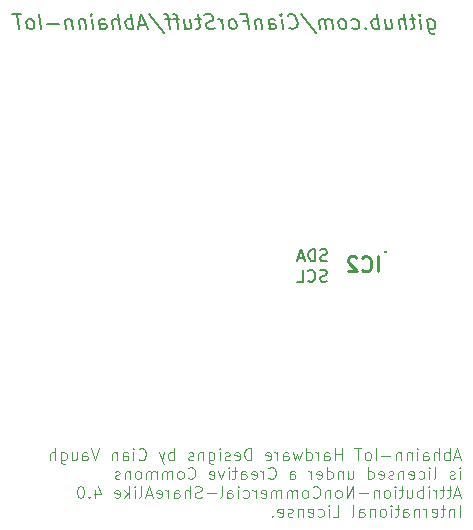
<source format=gbr>
%TF.GenerationSoftware,KiCad,Pcbnew,(5.1.10)-1*%
%TF.CreationDate,2021-08-23T16:31:20+01:00*%
%TF.ProjectId,Abhoinn_IoT_V3,4162686f-696e-46e5-9f49-6f545f56332e,rev?*%
%TF.SameCoordinates,Original*%
%TF.FileFunction,Legend,Bot*%
%TF.FilePolarity,Positive*%
%FSLAX46Y46*%
G04 Gerber Fmt 4.6, Leading zero omitted, Abs format (unit mm)*
G04 Created by KiCad (PCBNEW (5.1.10)-1) date 2021-08-23 16:31:20*
%MOMM*%
%LPD*%
G01*
G04 APERTURE LIST*
%ADD10C,0.200000*%
%ADD11C,0.100000*%
%ADD12C,0.150000*%
%ADD13C,0.254000*%
G04 APERTURE END LIST*
D10*
X162194449Y-59732142D02*
X162320937Y-60744047D01*
X162395342Y-60863095D01*
X162462306Y-60922619D01*
X162588794Y-60982142D01*
X162767366Y-60982142D01*
X162878973Y-60922619D01*
X162291175Y-60505952D02*
X162417663Y-60565476D01*
X162655758Y-60565476D01*
X162767366Y-60505952D01*
X162819449Y-60446428D01*
X162864092Y-60327380D01*
X162819449Y-59970238D01*
X162745044Y-59851190D01*
X162678080Y-59791666D01*
X162551592Y-59732142D01*
X162313497Y-59732142D01*
X162201889Y-59791666D01*
X161703377Y-60565476D02*
X161599211Y-59732142D01*
X161547127Y-59315476D02*
X161614092Y-59375000D01*
X161562008Y-59434523D01*
X161495044Y-59375000D01*
X161547127Y-59315476D01*
X161562008Y-59434523D01*
X161182544Y-59732142D02*
X160706354Y-59732142D01*
X160951889Y-59315476D02*
X161085818Y-60386904D01*
X161041175Y-60505952D01*
X160929568Y-60565476D01*
X160810520Y-60565476D01*
X160393854Y-60565476D02*
X160237604Y-59315476D01*
X159858139Y-60565476D02*
X159776294Y-59910714D01*
X159820937Y-59791666D01*
X159932544Y-59732142D01*
X160111116Y-59732142D01*
X160237604Y-59791666D01*
X160304568Y-59851190D01*
X158623020Y-59732142D02*
X158727187Y-60565476D01*
X159158735Y-59732142D02*
X159240580Y-60386904D01*
X159195937Y-60505952D01*
X159084330Y-60565476D01*
X158905758Y-60565476D01*
X158779270Y-60505952D01*
X158712306Y-60446428D01*
X158131949Y-60565476D02*
X157975699Y-59315476D01*
X158035223Y-59791666D02*
X157908735Y-59732142D01*
X157670639Y-59732142D01*
X157559032Y-59791666D01*
X157506949Y-59851190D01*
X157462306Y-59970238D01*
X157506949Y-60327380D01*
X157581354Y-60446428D01*
X157648318Y-60505952D01*
X157774806Y-60565476D01*
X158012901Y-60565476D01*
X158124508Y-60505952D01*
X156986116Y-60446428D02*
X156934032Y-60505952D01*
X157000997Y-60565476D01*
X157053080Y-60505952D01*
X156986116Y-60446428D01*
X157000997Y-60565476D01*
X155862604Y-60505952D02*
X155989092Y-60565476D01*
X156227187Y-60565476D01*
X156338794Y-60505952D01*
X156390877Y-60446428D01*
X156435520Y-60327380D01*
X156390877Y-59970238D01*
X156316473Y-59851190D01*
X156249508Y-59791666D01*
X156123020Y-59732142D01*
X155884925Y-59732142D01*
X155773318Y-59791666D01*
X155155758Y-60565476D02*
X155267366Y-60505952D01*
X155319449Y-60446428D01*
X155364092Y-60327380D01*
X155319449Y-59970238D01*
X155245044Y-59851190D01*
X155178080Y-59791666D01*
X155051592Y-59732142D01*
X154873020Y-59732142D01*
X154761413Y-59791666D01*
X154709330Y-59851190D01*
X154664687Y-59970238D01*
X154709330Y-60327380D01*
X154783735Y-60446428D01*
X154850699Y-60505952D01*
X154977187Y-60565476D01*
X155155758Y-60565476D01*
X154203377Y-60565476D02*
X154099211Y-59732142D01*
X154114092Y-59851190D02*
X154047127Y-59791666D01*
X153920639Y-59732142D01*
X153742068Y-59732142D01*
X153630461Y-59791666D01*
X153585818Y-59910714D01*
X153667663Y-60565476D01*
X153585818Y-59910714D02*
X153511413Y-59791666D01*
X153384925Y-59732142D01*
X153206354Y-59732142D01*
X153094747Y-59791666D01*
X153050104Y-59910714D01*
X153131949Y-60565476D01*
X151480163Y-59255952D02*
X152752485Y-60863095D01*
X150498020Y-60446428D02*
X150564985Y-60505952D01*
X150750997Y-60565476D01*
X150870044Y-60565476D01*
X151041175Y-60505952D01*
X151145342Y-60386904D01*
X151189985Y-60267857D01*
X151219747Y-60029761D01*
X151197425Y-59851190D01*
X151108139Y-59613095D01*
X151033735Y-59494047D01*
X150899806Y-59375000D01*
X150713794Y-59315476D01*
X150594747Y-59315476D01*
X150423616Y-59375000D01*
X150371532Y-59434523D01*
X149977187Y-60565476D02*
X149873020Y-59732142D01*
X149820937Y-59315476D02*
X149887901Y-59375000D01*
X149835818Y-59434523D01*
X149768854Y-59375000D01*
X149820937Y-59315476D01*
X149835818Y-59434523D01*
X148846235Y-60565476D02*
X148764389Y-59910714D01*
X148809032Y-59791666D01*
X148920639Y-59732142D01*
X149158735Y-59732142D01*
X149285223Y-59791666D01*
X148838794Y-60505952D02*
X148965282Y-60565476D01*
X149262901Y-60565476D01*
X149374508Y-60505952D01*
X149419151Y-60386904D01*
X149404270Y-60267857D01*
X149329866Y-60148809D01*
X149203377Y-60089285D01*
X148905758Y-60089285D01*
X148779270Y-60029761D01*
X148146830Y-59732142D02*
X148250997Y-60565476D01*
X148161711Y-59851190D02*
X148094747Y-59791666D01*
X147968258Y-59732142D01*
X147789687Y-59732142D01*
X147678080Y-59791666D01*
X147633437Y-59910714D01*
X147715282Y-60565476D01*
X146621532Y-59910714D02*
X147038199Y-59910714D01*
X147120044Y-60565476D02*
X146963794Y-59315476D01*
X146368556Y-59315476D01*
X145870044Y-60565476D02*
X145981651Y-60505952D01*
X146033735Y-60446428D01*
X146078377Y-60327380D01*
X146033735Y-59970238D01*
X145959330Y-59851190D01*
X145892366Y-59791666D01*
X145765877Y-59732142D01*
X145587306Y-59732142D01*
X145475699Y-59791666D01*
X145423616Y-59851190D01*
X145378973Y-59970238D01*
X145423616Y-60327380D01*
X145498020Y-60446428D01*
X145564985Y-60505952D01*
X145691473Y-60565476D01*
X145870044Y-60565476D01*
X144917663Y-60565476D02*
X144813497Y-59732142D01*
X144843258Y-59970238D02*
X144768854Y-59851190D01*
X144701889Y-59791666D01*
X144575401Y-59732142D01*
X144456354Y-59732142D01*
X144195937Y-60505952D02*
X144024806Y-60565476D01*
X143727187Y-60565476D01*
X143600699Y-60505952D01*
X143533735Y-60446428D01*
X143459330Y-60327380D01*
X143444449Y-60208333D01*
X143489092Y-60089285D01*
X143541175Y-60029761D01*
X143652782Y-59970238D01*
X143883437Y-59910714D01*
X143995044Y-59851190D01*
X144047127Y-59791666D01*
X144091770Y-59672619D01*
X144076889Y-59553571D01*
X144002485Y-59434523D01*
X143935520Y-59375000D01*
X143809032Y-59315476D01*
X143511413Y-59315476D01*
X143340282Y-59375000D01*
X143027782Y-59732142D02*
X142551592Y-59732142D01*
X142797127Y-59315476D02*
X142931056Y-60386904D01*
X142886413Y-60505952D01*
X142774806Y-60565476D01*
X142655758Y-60565476D01*
X141599211Y-59732142D02*
X141703377Y-60565476D01*
X142134925Y-59732142D02*
X142216770Y-60386904D01*
X142172127Y-60505952D01*
X142060520Y-60565476D01*
X141881949Y-60565476D01*
X141755461Y-60505952D01*
X141688497Y-60446428D01*
X141182544Y-59732142D02*
X140706354Y-59732142D01*
X141108139Y-60565476D02*
X140974211Y-59494047D01*
X140899806Y-59375000D01*
X140773318Y-59315476D01*
X140654270Y-59315476D01*
X140468258Y-59732142D02*
X139992068Y-59732142D01*
X140393854Y-60565476D02*
X140259925Y-59494047D01*
X140185520Y-59375000D01*
X140059032Y-59315476D01*
X139939985Y-59315476D01*
X138623020Y-59255952D02*
X139895342Y-60863095D01*
X138384925Y-60208333D02*
X137789687Y-60208333D01*
X138548616Y-60565476D02*
X137975699Y-59315476D01*
X137715282Y-60565476D01*
X137298616Y-60565476D02*
X137142366Y-59315476D01*
X137201889Y-59791666D02*
X137075401Y-59732142D01*
X136837306Y-59732142D01*
X136725699Y-59791666D01*
X136673616Y-59851190D01*
X136628973Y-59970238D01*
X136673616Y-60327380D01*
X136748020Y-60446428D01*
X136814985Y-60505952D01*
X136941473Y-60565476D01*
X137179568Y-60565476D01*
X137291175Y-60505952D01*
X136167663Y-60565476D02*
X136011413Y-59315476D01*
X135631949Y-60565476D02*
X135550104Y-59910714D01*
X135594747Y-59791666D01*
X135706354Y-59732142D01*
X135884925Y-59732142D01*
X136011413Y-59791666D01*
X136078377Y-59851190D01*
X134500997Y-60565476D02*
X134419151Y-59910714D01*
X134463794Y-59791666D01*
X134575401Y-59732142D01*
X134813497Y-59732142D01*
X134939985Y-59791666D01*
X134493556Y-60505952D02*
X134620044Y-60565476D01*
X134917663Y-60565476D01*
X135029270Y-60505952D01*
X135073913Y-60386904D01*
X135059032Y-60267857D01*
X134984627Y-60148809D01*
X134858139Y-60089285D01*
X134560520Y-60089285D01*
X134434032Y-60029761D01*
X133905758Y-60565476D02*
X133801592Y-59732142D01*
X133749508Y-59315476D02*
X133816473Y-59375000D01*
X133764389Y-59434523D01*
X133697425Y-59375000D01*
X133749508Y-59315476D01*
X133764389Y-59434523D01*
X133206354Y-59732142D02*
X133310520Y-60565476D01*
X133221235Y-59851190D02*
X133154270Y-59791666D01*
X133027782Y-59732142D01*
X132849211Y-59732142D01*
X132737604Y-59791666D01*
X132692961Y-59910714D01*
X132774806Y-60565476D01*
X132075401Y-59732142D02*
X132179568Y-60565476D01*
X132090282Y-59851190D02*
X132023318Y-59791666D01*
X131896830Y-59732142D01*
X131718258Y-59732142D01*
X131606651Y-59791666D01*
X131562008Y-59910714D01*
X131643854Y-60565476D01*
X130989092Y-60089285D02*
X130036711Y-60089285D01*
X129500997Y-60565476D02*
X129344747Y-59315476D01*
X128727187Y-60565476D02*
X128838794Y-60505952D01*
X128890877Y-60446428D01*
X128935520Y-60327380D01*
X128890877Y-59970238D01*
X128816473Y-59851190D01*
X128749508Y-59791666D01*
X128623020Y-59732142D01*
X128444449Y-59732142D01*
X128332842Y-59791666D01*
X128280758Y-59851190D01*
X128236116Y-59970238D01*
X128280758Y-60327380D01*
X128355163Y-60446428D01*
X128422127Y-60505952D01*
X128548616Y-60565476D01*
X128727187Y-60565476D01*
X127797127Y-59315476D02*
X127082842Y-59315476D01*
X127596235Y-60565476D02*
X127439985Y-59315476D01*
D11*
X164994523Y-96766666D02*
X164518333Y-96766666D01*
X165089761Y-97052380D02*
X164756428Y-96052380D01*
X164423095Y-97052380D01*
X164089761Y-97052380D02*
X164089761Y-96052380D01*
X164089761Y-96433333D02*
X163994523Y-96385714D01*
X163804047Y-96385714D01*
X163708809Y-96433333D01*
X163661190Y-96480952D01*
X163613571Y-96576190D01*
X163613571Y-96861904D01*
X163661190Y-96957142D01*
X163708809Y-97004761D01*
X163804047Y-97052380D01*
X163994523Y-97052380D01*
X164089761Y-97004761D01*
X163185000Y-97052380D02*
X163185000Y-96052380D01*
X162756428Y-97052380D02*
X162756428Y-96528571D01*
X162804047Y-96433333D01*
X162899285Y-96385714D01*
X163042142Y-96385714D01*
X163137380Y-96433333D01*
X163185000Y-96480952D01*
X161851666Y-97052380D02*
X161851666Y-96528571D01*
X161899285Y-96433333D01*
X161994523Y-96385714D01*
X162185000Y-96385714D01*
X162280238Y-96433333D01*
X161851666Y-97004761D02*
X161946904Y-97052380D01*
X162185000Y-97052380D01*
X162280238Y-97004761D01*
X162327857Y-96909523D01*
X162327857Y-96814285D01*
X162280238Y-96719047D01*
X162185000Y-96671428D01*
X161946904Y-96671428D01*
X161851666Y-96623809D01*
X161375476Y-97052380D02*
X161375476Y-96385714D01*
X161375476Y-96052380D02*
X161423095Y-96100000D01*
X161375476Y-96147619D01*
X161327857Y-96100000D01*
X161375476Y-96052380D01*
X161375476Y-96147619D01*
X160899285Y-96385714D02*
X160899285Y-97052380D01*
X160899285Y-96480952D02*
X160851666Y-96433333D01*
X160756428Y-96385714D01*
X160613571Y-96385714D01*
X160518333Y-96433333D01*
X160470714Y-96528571D01*
X160470714Y-97052380D01*
X159994523Y-96385714D02*
X159994523Y-97052380D01*
X159994523Y-96480952D02*
X159946904Y-96433333D01*
X159851666Y-96385714D01*
X159708809Y-96385714D01*
X159613571Y-96433333D01*
X159565952Y-96528571D01*
X159565952Y-97052380D01*
X159089761Y-96671428D02*
X158327857Y-96671428D01*
X157851666Y-97052380D02*
X157851666Y-96052380D01*
X157232619Y-97052380D02*
X157327857Y-97004761D01*
X157375476Y-96957142D01*
X157423095Y-96861904D01*
X157423095Y-96576190D01*
X157375476Y-96480952D01*
X157327857Y-96433333D01*
X157232619Y-96385714D01*
X157089761Y-96385714D01*
X156994523Y-96433333D01*
X156946904Y-96480952D01*
X156899285Y-96576190D01*
X156899285Y-96861904D01*
X156946904Y-96957142D01*
X156994523Y-97004761D01*
X157089761Y-97052380D01*
X157232619Y-97052380D01*
X156613571Y-96052380D02*
X156042142Y-96052380D01*
X156327857Y-97052380D02*
X156327857Y-96052380D01*
X154946904Y-97052380D02*
X154946904Y-96052380D01*
X154946904Y-96528571D02*
X154375476Y-96528571D01*
X154375476Y-97052380D02*
X154375476Y-96052380D01*
X153470714Y-97052380D02*
X153470714Y-96528571D01*
X153518333Y-96433333D01*
X153613571Y-96385714D01*
X153804047Y-96385714D01*
X153899285Y-96433333D01*
X153470714Y-97004761D02*
X153565952Y-97052380D01*
X153804047Y-97052380D01*
X153899285Y-97004761D01*
X153946904Y-96909523D01*
X153946904Y-96814285D01*
X153899285Y-96719047D01*
X153804047Y-96671428D01*
X153565952Y-96671428D01*
X153470714Y-96623809D01*
X152994523Y-97052380D02*
X152994523Y-96385714D01*
X152994523Y-96576190D02*
X152946904Y-96480952D01*
X152899285Y-96433333D01*
X152804047Y-96385714D01*
X152708809Y-96385714D01*
X151946904Y-97052380D02*
X151946904Y-96052380D01*
X151946904Y-97004761D02*
X152042142Y-97052380D01*
X152232619Y-97052380D01*
X152327857Y-97004761D01*
X152375476Y-96957142D01*
X152423095Y-96861904D01*
X152423095Y-96576190D01*
X152375476Y-96480952D01*
X152327857Y-96433333D01*
X152232619Y-96385714D01*
X152042142Y-96385714D01*
X151946904Y-96433333D01*
X151565952Y-96385714D02*
X151375476Y-97052380D01*
X151185000Y-96576190D01*
X150994523Y-97052380D01*
X150804047Y-96385714D01*
X149994523Y-97052380D02*
X149994523Y-96528571D01*
X150042142Y-96433333D01*
X150137380Y-96385714D01*
X150327857Y-96385714D01*
X150423095Y-96433333D01*
X149994523Y-97004761D02*
X150089761Y-97052380D01*
X150327857Y-97052380D01*
X150423095Y-97004761D01*
X150470714Y-96909523D01*
X150470714Y-96814285D01*
X150423095Y-96719047D01*
X150327857Y-96671428D01*
X150089761Y-96671428D01*
X149994523Y-96623809D01*
X149518333Y-97052380D02*
X149518333Y-96385714D01*
X149518333Y-96576190D02*
X149470714Y-96480952D01*
X149423095Y-96433333D01*
X149327857Y-96385714D01*
X149232619Y-96385714D01*
X148518333Y-97004761D02*
X148613571Y-97052380D01*
X148804047Y-97052380D01*
X148899285Y-97004761D01*
X148946904Y-96909523D01*
X148946904Y-96528571D01*
X148899285Y-96433333D01*
X148804047Y-96385714D01*
X148613571Y-96385714D01*
X148518333Y-96433333D01*
X148470714Y-96528571D01*
X148470714Y-96623809D01*
X148946904Y-96719047D01*
X147280238Y-97052380D02*
X147280238Y-96052380D01*
X147042142Y-96052380D01*
X146899285Y-96100000D01*
X146804047Y-96195238D01*
X146756428Y-96290476D01*
X146708809Y-96480952D01*
X146708809Y-96623809D01*
X146756428Y-96814285D01*
X146804047Y-96909523D01*
X146899285Y-97004761D01*
X147042142Y-97052380D01*
X147280238Y-97052380D01*
X145899285Y-97004761D02*
X145994523Y-97052380D01*
X146185000Y-97052380D01*
X146280238Y-97004761D01*
X146327857Y-96909523D01*
X146327857Y-96528571D01*
X146280238Y-96433333D01*
X146185000Y-96385714D01*
X145994523Y-96385714D01*
X145899285Y-96433333D01*
X145851666Y-96528571D01*
X145851666Y-96623809D01*
X146327857Y-96719047D01*
X145470714Y-97004761D02*
X145375476Y-97052380D01*
X145185000Y-97052380D01*
X145089761Y-97004761D01*
X145042142Y-96909523D01*
X145042142Y-96861904D01*
X145089761Y-96766666D01*
X145185000Y-96719047D01*
X145327857Y-96719047D01*
X145423095Y-96671428D01*
X145470714Y-96576190D01*
X145470714Y-96528571D01*
X145423095Y-96433333D01*
X145327857Y-96385714D01*
X145185000Y-96385714D01*
X145089761Y-96433333D01*
X144613571Y-97052380D02*
X144613571Y-96385714D01*
X144613571Y-96052380D02*
X144661190Y-96100000D01*
X144613571Y-96147619D01*
X144565952Y-96100000D01*
X144613571Y-96052380D01*
X144613571Y-96147619D01*
X143708809Y-96385714D02*
X143708809Y-97195238D01*
X143756428Y-97290476D01*
X143804047Y-97338095D01*
X143899285Y-97385714D01*
X144042142Y-97385714D01*
X144137380Y-97338095D01*
X143708809Y-97004761D02*
X143804047Y-97052380D01*
X143994523Y-97052380D01*
X144089761Y-97004761D01*
X144137380Y-96957142D01*
X144185000Y-96861904D01*
X144185000Y-96576190D01*
X144137380Y-96480952D01*
X144089761Y-96433333D01*
X143994523Y-96385714D01*
X143804047Y-96385714D01*
X143708809Y-96433333D01*
X143232619Y-96385714D02*
X143232619Y-97052380D01*
X143232619Y-96480952D02*
X143185000Y-96433333D01*
X143089761Y-96385714D01*
X142946904Y-96385714D01*
X142851666Y-96433333D01*
X142804047Y-96528571D01*
X142804047Y-97052380D01*
X142375476Y-97004761D02*
X142280238Y-97052380D01*
X142089761Y-97052380D01*
X141994523Y-97004761D01*
X141946904Y-96909523D01*
X141946904Y-96861904D01*
X141994523Y-96766666D01*
X142089761Y-96719047D01*
X142232619Y-96719047D01*
X142327857Y-96671428D01*
X142375476Y-96576190D01*
X142375476Y-96528571D01*
X142327857Y-96433333D01*
X142232619Y-96385714D01*
X142089761Y-96385714D01*
X141994523Y-96433333D01*
X140756428Y-97052380D02*
X140756428Y-96052380D01*
X140756428Y-96433333D02*
X140661190Y-96385714D01*
X140470714Y-96385714D01*
X140375476Y-96433333D01*
X140327857Y-96480952D01*
X140280238Y-96576190D01*
X140280238Y-96861904D01*
X140327857Y-96957142D01*
X140375476Y-97004761D01*
X140470714Y-97052380D01*
X140661190Y-97052380D01*
X140756428Y-97004761D01*
X139946904Y-96385714D02*
X139708809Y-97052380D01*
X139470714Y-96385714D02*
X139708809Y-97052380D01*
X139804047Y-97290476D01*
X139851666Y-97338095D01*
X139946904Y-97385714D01*
X137756428Y-96957142D02*
X137804047Y-97004761D01*
X137946904Y-97052380D01*
X138042142Y-97052380D01*
X138185000Y-97004761D01*
X138280238Y-96909523D01*
X138327857Y-96814285D01*
X138375476Y-96623809D01*
X138375476Y-96480952D01*
X138327857Y-96290476D01*
X138280238Y-96195238D01*
X138185000Y-96100000D01*
X138042142Y-96052380D01*
X137946904Y-96052380D01*
X137804047Y-96100000D01*
X137756428Y-96147619D01*
X137327857Y-97052380D02*
X137327857Y-96385714D01*
X137327857Y-96052380D02*
X137375476Y-96100000D01*
X137327857Y-96147619D01*
X137280238Y-96100000D01*
X137327857Y-96052380D01*
X137327857Y-96147619D01*
X136423095Y-97052380D02*
X136423095Y-96528571D01*
X136470714Y-96433333D01*
X136565952Y-96385714D01*
X136756428Y-96385714D01*
X136851666Y-96433333D01*
X136423095Y-97004761D02*
X136518333Y-97052380D01*
X136756428Y-97052380D01*
X136851666Y-97004761D01*
X136899285Y-96909523D01*
X136899285Y-96814285D01*
X136851666Y-96719047D01*
X136756428Y-96671428D01*
X136518333Y-96671428D01*
X136423095Y-96623809D01*
X135946904Y-96385714D02*
X135946904Y-97052380D01*
X135946904Y-96480952D02*
X135899285Y-96433333D01*
X135804047Y-96385714D01*
X135661190Y-96385714D01*
X135565952Y-96433333D01*
X135518333Y-96528571D01*
X135518333Y-97052380D01*
X134423095Y-96052380D02*
X134089761Y-97052380D01*
X133756428Y-96052380D01*
X132994523Y-97052380D02*
X132994523Y-96528571D01*
X133042142Y-96433333D01*
X133137380Y-96385714D01*
X133327857Y-96385714D01*
X133423095Y-96433333D01*
X132994523Y-97004761D02*
X133089761Y-97052380D01*
X133327857Y-97052380D01*
X133423095Y-97004761D01*
X133470714Y-96909523D01*
X133470714Y-96814285D01*
X133423095Y-96719047D01*
X133327857Y-96671428D01*
X133089761Y-96671428D01*
X132994523Y-96623809D01*
X132089761Y-96385714D02*
X132089761Y-97052380D01*
X132518333Y-96385714D02*
X132518333Y-96909523D01*
X132470714Y-97004761D01*
X132375476Y-97052380D01*
X132232619Y-97052380D01*
X132137380Y-97004761D01*
X132089761Y-96957142D01*
X131185000Y-96385714D02*
X131185000Y-97195238D01*
X131232619Y-97290476D01*
X131280238Y-97338095D01*
X131375476Y-97385714D01*
X131518333Y-97385714D01*
X131613571Y-97338095D01*
X131185000Y-97004761D02*
X131280238Y-97052380D01*
X131470714Y-97052380D01*
X131565952Y-97004761D01*
X131613571Y-96957142D01*
X131661190Y-96861904D01*
X131661190Y-96576190D01*
X131613571Y-96480952D01*
X131565952Y-96433333D01*
X131470714Y-96385714D01*
X131280238Y-96385714D01*
X131185000Y-96433333D01*
X130708809Y-97052380D02*
X130708809Y-96052380D01*
X130280238Y-97052380D02*
X130280238Y-96528571D01*
X130327857Y-96433333D01*
X130423095Y-96385714D01*
X130565952Y-96385714D01*
X130661190Y-96433333D01*
X130708809Y-96480952D01*
X164946904Y-98652380D02*
X164946904Y-97985714D01*
X164946904Y-97652380D02*
X164994523Y-97700000D01*
X164946904Y-97747619D01*
X164899285Y-97700000D01*
X164946904Y-97652380D01*
X164946904Y-97747619D01*
X164518333Y-98604761D02*
X164423095Y-98652380D01*
X164232619Y-98652380D01*
X164137380Y-98604761D01*
X164089761Y-98509523D01*
X164089761Y-98461904D01*
X164137380Y-98366666D01*
X164232619Y-98319047D01*
X164375476Y-98319047D01*
X164470714Y-98271428D01*
X164518333Y-98176190D01*
X164518333Y-98128571D01*
X164470714Y-98033333D01*
X164375476Y-97985714D01*
X164232619Y-97985714D01*
X164137380Y-98033333D01*
X162756428Y-98652380D02*
X162851666Y-98604761D01*
X162899285Y-98509523D01*
X162899285Y-97652380D01*
X162375476Y-98652380D02*
X162375476Y-97985714D01*
X162375476Y-97652380D02*
X162423095Y-97700000D01*
X162375476Y-97747619D01*
X162327857Y-97700000D01*
X162375476Y-97652380D01*
X162375476Y-97747619D01*
X161470714Y-98604761D02*
X161565952Y-98652380D01*
X161756428Y-98652380D01*
X161851666Y-98604761D01*
X161899285Y-98557142D01*
X161946904Y-98461904D01*
X161946904Y-98176190D01*
X161899285Y-98080952D01*
X161851666Y-98033333D01*
X161756428Y-97985714D01*
X161565952Y-97985714D01*
X161470714Y-98033333D01*
X160661190Y-98604761D02*
X160756428Y-98652380D01*
X160946904Y-98652380D01*
X161042142Y-98604761D01*
X161089761Y-98509523D01*
X161089761Y-98128571D01*
X161042142Y-98033333D01*
X160946904Y-97985714D01*
X160756428Y-97985714D01*
X160661190Y-98033333D01*
X160613571Y-98128571D01*
X160613571Y-98223809D01*
X161089761Y-98319047D01*
X160185000Y-97985714D02*
X160185000Y-98652380D01*
X160185000Y-98080952D02*
X160137380Y-98033333D01*
X160042142Y-97985714D01*
X159899285Y-97985714D01*
X159804047Y-98033333D01*
X159756428Y-98128571D01*
X159756428Y-98652380D01*
X159327857Y-98604761D02*
X159232619Y-98652380D01*
X159042142Y-98652380D01*
X158946904Y-98604761D01*
X158899285Y-98509523D01*
X158899285Y-98461904D01*
X158946904Y-98366666D01*
X159042142Y-98319047D01*
X159185000Y-98319047D01*
X159280238Y-98271428D01*
X159327857Y-98176190D01*
X159327857Y-98128571D01*
X159280238Y-98033333D01*
X159185000Y-97985714D01*
X159042142Y-97985714D01*
X158946904Y-98033333D01*
X158089761Y-98604761D02*
X158185000Y-98652380D01*
X158375476Y-98652380D01*
X158470714Y-98604761D01*
X158518333Y-98509523D01*
X158518333Y-98128571D01*
X158470714Y-98033333D01*
X158375476Y-97985714D01*
X158185000Y-97985714D01*
X158089761Y-98033333D01*
X158042142Y-98128571D01*
X158042142Y-98223809D01*
X158518333Y-98319047D01*
X157185000Y-98652380D02*
X157185000Y-97652380D01*
X157185000Y-98604761D02*
X157280238Y-98652380D01*
X157470714Y-98652380D01*
X157565952Y-98604761D01*
X157613571Y-98557142D01*
X157661190Y-98461904D01*
X157661190Y-98176190D01*
X157613571Y-98080952D01*
X157565952Y-98033333D01*
X157470714Y-97985714D01*
X157280238Y-97985714D01*
X157185000Y-98033333D01*
X155518333Y-97985714D02*
X155518333Y-98652380D01*
X155946904Y-97985714D02*
X155946904Y-98509523D01*
X155899285Y-98604761D01*
X155804047Y-98652380D01*
X155661190Y-98652380D01*
X155565952Y-98604761D01*
X155518333Y-98557142D01*
X155042142Y-97985714D02*
X155042142Y-98652380D01*
X155042142Y-98080952D02*
X154994523Y-98033333D01*
X154899285Y-97985714D01*
X154756428Y-97985714D01*
X154661190Y-98033333D01*
X154613571Y-98128571D01*
X154613571Y-98652380D01*
X153708809Y-98652380D02*
X153708809Y-97652380D01*
X153708809Y-98604761D02*
X153804047Y-98652380D01*
X153994523Y-98652380D01*
X154089761Y-98604761D01*
X154137380Y-98557142D01*
X154185000Y-98461904D01*
X154185000Y-98176190D01*
X154137380Y-98080952D01*
X154089761Y-98033333D01*
X153994523Y-97985714D01*
X153804047Y-97985714D01*
X153708809Y-98033333D01*
X152851666Y-98604761D02*
X152946904Y-98652380D01*
X153137380Y-98652380D01*
X153232619Y-98604761D01*
X153280238Y-98509523D01*
X153280238Y-98128571D01*
X153232619Y-98033333D01*
X153137380Y-97985714D01*
X152946904Y-97985714D01*
X152851666Y-98033333D01*
X152804047Y-98128571D01*
X152804047Y-98223809D01*
X153280238Y-98319047D01*
X152375476Y-98652380D02*
X152375476Y-97985714D01*
X152375476Y-98176190D02*
X152327857Y-98080952D01*
X152280238Y-98033333D01*
X152185000Y-97985714D01*
X152089761Y-97985714D01*
X150565952Y-98652380D02*
X150565952Y-98128571D01*
X150613571Y-98033333D01*
X150708809Y-97985714D01*
X150899285Y-97985714D01*
X150994523Y-98033333D01*
X150565952Y-98604761D02*
X150661190Y-98652380D01*
X150899285Y-98652380D01*
X150994523Y-98604761D01*
X151042142Y-98509523D01*
X151042142Y-98414285D01*
X150994523Y-98319047D01*
X150899285Y-98271428D01*
X150661190Y-98271428D01*
X150565952Y-98223809D01*
X148756428Y-98557142D02*
X148804047Y-98604761D01*
X148946904Y-98652380D01*
X149042142Y-98652380D01*
X149185000Y-98604761D01*
X149280238Y-98509523D01*
X149327857Y-98414285D01*
X149375476Y-98223809D01*
X149375476Y-98080952D01*
X149327857Y-97890476D01*
X149280238Y-97795238D01*
X149185000Y-97700000D01*
X149042142Y-97652380D01*
X148946904Y-97652380D01*
X148804047Y-97700000D01*
X148756428Y-97747619D01*
X148327857Y-98652380D02*
X148327857Y-97985714D01*
X148327857Y-98176190D02*
X148280238Y-98080952D01*
X148232619Y-98033333D01*
X148137380Y-97985714D01*
X148042142Y-97985714D01*
X147327857Y-98604761D02*
X147423095Y-98652380D01*
X147613571Y-98652380D01*
X147708809Y-98604761D01*
X147756428Y-98509523D01*
X147756428Y-98128571D01*
X147708809Y-98033333D01*
X147613571Y-97985714D01*
X147423095Y-97985714D01*
X147327857Y-98033333D01*
X147280238Y-98128571D01*
X147280238Y-98223809D01*
X147756428Y-98319047D01*
X146423095Y-98652380D02*
X146423095Y-98128571D01*
X146470714Y-98033333D01*
X146565952Y-97985714D01*
X146756428Y-97985714D01*
X146851666Y-98033333D01*
X146423095Y-98604761D02*
X146518333Y-98652380D01*
X146756428Y-98652380D01*
X146851666Y-98604761D01*
X146899285Y-98509523D01*
X146899285Y-98414285D01*
X146851666Y-98319047D01*
X146756428Y-98271428D01*
X146518333Y-98271428D01*
X146423095Y-98223809D01*
X146089761Y-97985714D02*
X145708809Y-97985714D01*
X145946904Y-97652380D02*
X145946904Y-98509523D01*
X145899285Y-98604761D01*
X145804047Y-98652380D01*
X145708809Y-98652380D01*
X145375476Y-98652380D02*
X145375476Y-97985714D01*
X145375476Y-97652380D02*
X145423095Y-97700000D01*
X145375476Y-97747619D01*
X145327857Y-97700000D01*
X145375476Y-97652380D01*
X145375476Y-97747619D01*
X144994523Y-97985714D02*
X144756428Y-98652380D01*
X144518333Y-97985714D01*
X143756428Y-98604761D02*
X143851666Y-98652380D01*
X144042142Y-98652380D01*
X144137380Y-98604761D01*
X144185000Y-98509523D01*
X144185000Y-98128571D01*
X144137380Y-98033333D01*
X144042142Y-97985714D01*
X143851666Y-97985714D01*
X143756428Y-98033333D01*
X143708809Y-98128571D01*
X143708809Y-98223809D01*
X144185000Y-98319047D01*
X141946904Y-98557142D02*
X141994523Y-98604761D01*
X142137380Y-98652380D01*
X142232619Y-98652380D01*
X142375476Y-98604761D01*
X142470714Y-98509523D01*
X142518333Y-98414285D01*
X142565952Y-98223809D01*
X142565952Y-98080952D01*
X142518333Y-97890476D01*
X142470714Y-97795238D01*
X142375476Y-97700000D01*
X142232619Y-97652380D01*
X142137380Y-97652380D01*
X141994523Y-97700000D01*
X141946904Y-97747619D01*
X141375476Y-98652380D02*
X141470714Y-98604761D01*
X141518333Y-98557142D01*
X141565952Y-98461904D01*
X141565952Y-98176190D01*
X141518333Y-98080952D01*
X141470714Y-98033333D01*
X141375476Y-97985714D01*
X141232619Y-97985714D01*
X141137380Y-98033333D01*
X141089761Y-98080952D01*
X141042142Y-98176190D01*
X141042142Y-98461904D01*
X141089761Y-98557142D01*
X141137380Y-98604761D01*
X141232619Y-98652380D01*
X141375476Y-98652380D01*
X140613571Y-98652380D02*
X140613571Y-97985714D01*
X140613571Y-98080952D02*
X140565952Y-98033333D01*
X140470714Y-97985714D01*
X140327857Y-97985714D01*
X140232619Y-98033333D01*
X140185000Y-98128571D01*
X140185000Y-98652380D01*
X140185000Y-98128571D02*
X140137380Y-98033333D01*
X140042142Y-97985714D01*
X139899285Y-97985714D01*
X139804047Y-98033333D01*
X139756428Y-98128571D01*
X139756428Y-98652380D01*
X139280238Y-98652380D02*
X139280238Y-97985714D01*
X139280238Y-98080952D02*
X139232619Y-98033333D01*
X139137380Y-97985714D01*
X138994523Y-97985714D01*
X138899285Y-98033333D01*
X138851666Y-98128571D01*
X138851666Y-98652380D01*
X138851666Y-98128571D02*
X138804047Y-98033333D01*
X138708809Y-97985714D01*
X138565952Y-97985714D01*
X138470714Y-98033333D01*
X138423095Y-98128571D01*
X138423095Y-98652380D01*
X137804047Y-98652380D02*
X137899285Y-98604761D01*
X137946904Y-98557142D01*
X137994523Y-98461904D01*
X137994523Y-98176190D01*
X137946904Y-98080952D01*
X137899285Y-98033333D01*
X137804047Y-97985714D01*
X137661190Y-97985714D01*
X137565952Y-98033333D01*
X137518333Y-98080952D01*
X137470714Y-98176190D01*
X137470714Y-98461904D01*
X137518333Y-98557142D01*
X137565952Y-98604761D01*
X137661190Y-98652380D01*
X137804047Y-98652380D01*
X137042142Y-97985714D02*
X137042142Y-98652380D01*
X137042142Y-98080952D02*
X136994523Y-98033333D01*
X136899285Y-97985714D01*
X136756428Y-97985714D01*
X136661190Y-98033333D01*
X136613571Y-98128571D01*
X136613571Y-98652380D01*
X136185000Y-98604761D02*
X136089761Y-98652380D01*
X135899285Y-98652380D01*
X135804047Y-98604761D01*
X135756428Y-98509523D01*
X135756428Y-98461904D01*
X135804047Y-98366666D01*
X135899285Y-98319047D01*
X136042142Y-98319047D01*
X136137380Y-98271428D01*
X136185000Y-98176190D01*
X136185000Y-98128571D01*
X136137380Y-98033333D01*
X136042142Y-97985714D01*
X135899285Y-97985714D01*
X135804047Y-98033333D01*
X164994523Y-99966666D02*
X164518333Y-99966666D01*
X165089761Y-100252380D02*
X164756428Y-99252380D01*
X164423095Y-100252380D01*
X164232619Y-99585714D02*
X163851666Y-99585714D01*
X164089761Y-99252380D02*
X164089761Y-100109523D01*
X164042142Y-100204761D01*
X163946904Y-100252380D01*
X163851666Y-100252380D01*
X163661190Y-99585714D02*
X163280238Y-99585714D01*
X163518333Y-99252380D02*
X163518333Y-100109523D01*
X163470714Y-100204761D01*
X163375476Y-100252380D01*
X163280238Y-100252380D01*
X162946904Y-100252380D02*
X162946904Y-99585714D01*
X162946904Y-99776190D02*
X162899285Y-99680952D01*
X162851666Y-99633333D01*
X162756428Y-99585714D01*
X162661190Y-99585714D01*
X162327857Y-100252380D02*
X162327857Y-99585714D01*
X162327857Y-99252380D02*
X162375476Y-99300000D01*
X162327857Y-99347619D01*
X162280238Y-99300000D01*
X162327857Y-99252380D01*
X162327857Y-99347619D01*
X161851666Y-100252380D02*
X161851666Y-99252380D01*
X161851666Y-99633333D02*
X161756428Y-99585714D01*
X161565952Y-99585714D01*
X161470714Y-99633333D01*
X161423095Y-99680952D01*
X161375476Y-99776190D01*
X161375476Y-100061904D01*
X161423095Y-100157142D01*
X161470714Y-100204761D01*
X161565952Y-100252380D01*
X161756428Y-100252380D01*
X161851666Y-100204761D01*
X160518333Y-99585714D02*
X160518333Y-100252380D01*
X160946904Y-99585714D02*
X160946904Y-100109523D01*
X160899285Y-100204761D01*
X160804047Y-100252380D01*
X160661190Y-100252380D01*
X160565952Y-100204761D01*
X160518333Y-100157142D01*
X160185000Y-99585714D02*
X159804047Y-99585714D01*
X160042142Y-99252380D02*
X160042142Y-100109523D01*
X159994523Y-100204761D01*
X159899285Y-100252380D01*
X159804047Y-100252380D01*
X159470714Y-100252380D02*
X159470714Y-99585714D01*
X159470714Y-99252380D02*
X159518333Y-99300000D01*
X159470714Y-99347619D01*
X159423095Y-99300000D01*
X159470714Y-99252380D01*
X159470714Y-99347619D01*
X158851666Y-100252380D02*
X158946904Y-100204761D01*
X158994523Y-100157142D01*
X159042142Y-100061904D01*
X159042142Y-99776190D01*
X158994523Y-99680952D01*
X158946904Y-99633333D01*
X158851666Y-99585714D01*
X158708809Y-99585714D01*
X158613571Y-99633333D01*
X158565952Y-99680952D01*
X158518333Y-99776190D01*
X158518333Y-100061904D01*
X158565952Y-100157142D01*
X158613571Y-100204761D01*
X158708809Y-100252380D01*
X158851666Y-100252380D01*
X158089761Y-99585714D02*
X158089761Y-100252380D01*
X158089761Y-99680952D02*
X158042142Y-99633333D01*
X157946904Y-99585714D01*
X157804047Y-99585714D01*
X157708809Y-99633333D01*
X157661190Y-99728571D01*
X157661190Y-100252380D01*
X157185000Y-99871428D02*
X156423095Y-99871428D01*
X155946904Y-100252380D02*
X155946904Y-99252380D01*
X155375476Y-100252380D01*
X155375476Y-99252380D01*
X154756428Y-100252380D02*
X154851666Y-100204761D01*
X154899285Y-100157142D01*
X154946904Y-100061904D01*
X154946904Y-99776190D01*
X154899285Y-99680952D01*
X154851666Y-99633333D01*
X154756428Y-99585714D01*
X154613571Y-99585714D01*
X154518333Y-99633333D01*
X154470714Y-99680952D01*
X154423095Y-99776190D01*
X154423095Y-100061904D01*
X154470714Y-100157142D01*
X154518333Y-100204761D01*
X154613571Y-100252380D01*
X154756428Y-100252380D01*
X153994523Y-99585714D02*
X153994523Y-100252380D01*
X153994523Y-99680952D02*
X153946904Y-99633333D01*
X153851666Y-99585714D01*
X153708809Y-99585714D01*
X153613571Y-99633333D01*
X153565952Y-99728571D01*
X153565952Y-100252380D01*
X152518333Y-100157142D02*
X152565952Y-100204761D01*
X152708809Y-100252380D01*
X152804047Y-100252380D01*
X152946904Y-100204761D01*
X153042142Y-100109523D01*
X153089761Y-100014285D01*
X153137380Y-99823809D01*
X153137380Y-99680952D01*
X153089761Y-99490476D01*
X153042142Y-99395238D01*
X152946904Y-99300000D01*
X152804047Y-99252380D01*
X152708809Y-99252380D01*
X152565952Y-99300000D01*
X152518333Y-99347619D01*
X151946904Y-100252380D02*
X152042142Y-100204761D01*
X152089761Y-100157142D01*
X152137380Y-100061904D01*
X152137380Y-99776190D01*
X152089761Y-99680952D01*
X152042142Y-99633333D01*
X151946904Y-99585714D01*
X151804047Y-99585714D01*
X151708809Y-99633333D01*
X151661190Y-99680952D01*
X151613571Y-99776190D01*
X151613571Y-100061904D01*
X151661190Y-100157142D01*
X151708809Y-100204761D01*
X151804047Y-100252380D01*
X151946904Y-100252380D01*
X151185000Y-100252380D02*
X151185000Y-99585714D01*
X151185000Y-99680952D02*
X151137380Y-99633333D01*
X151042142Y-99585714D01*
X150899285Y-99585714D01*
X150804047Y-99633333D01*
X150756428Y-99728571D01*
X150756428Y-100252380D01*
X150756428Y-99728571D02*
X150708809Y-99633333D01*
X150613571Y-99585714D01*
X150470714Y-99585714D01*
X150375476Y-99633333D01*
X150327857Y-99728571D01*
X150327857Y-100252380D01*
X149851666Y-100252380D02*
X149851666Y-99585714D01*
X149851666Y-99680952D02*
X149804047Y-99633333D01*
X149708809Y-99585714D01*
X149565952Y-99585714D01*
X149470714Y-99633333D01*
X149423095Y-99728571D01*
X149423095Y-100252380D01*
X149423095Y-99728571D02*
X149375476Y-99633333D01*
X149280238Y-99585714D01*
X149137380Y-99585714D01*
X149042142Y-99633333D01*
X148994523Y-99728571D01*
X148994523Y-100252380D01*
X148137380Y-100204761D02*
X148232619Y-100252380D01*
X148423095Y-100252380D01*
X148518333Y-100204761D01*
X148565952Y-100109523D01*
X148565952Y-99728571D01*
X148518333Y-99633333D01*
X148423095Y-99585714D01*
X148232619Y-99585714D01*
X148137380Y-99633333D01*
X148089761Y-99728571D01*
X148089761Y-99823809D01*
X148565952Y-99919047D01*
X147661190Y-100252380D02*
X147661190Y-99585714D01*
X147661190Y-99776190D02*
X147613571Y-99680952D01*
X147565952Y-99633333D01*
X147470714Y-99585714D01*
X147375476Y-99585714D01*
X146613571Y-100204761D02*
X146708809Y-100252380D01*
X146899285Y-100252380D01*
X146994523Y-100204761D01*
X147042142Y-100157142D01*
X147089761Y-100061904D01*
X147089761Y-99776190D01*
X147042142Y-99680952D01*
X146994523Y-99633333D01*
X146899285Y-99585714D01*
X146708809Y-99585714D01*
X146613571Y-99633333D01*
X146185000Y-100252380D02*
X146185000Y-99585714D01*
X146185000Y-99252380D02*
X146232619Y-99300000D01*
X146185000Y-99347619D01*
X146137380Y-99300000D01*
X146185000Y-99252380D01*
X146185000Y-99347619D01*
X145280238Y-100252380D02*
X145280238Y-99728571D01*
X145327857Y-99633333D01*
X145423095Y-99585714D01*
X145613571Y-99585714D01*
X145708809Y-99633333D01*
X145280238Y-100204761D02*
X145375476Y-100252380D01*
X145613571Y-100252380D01*
X145708809Y-100204761D01*
X145756428Y-100109523D01*
X145756428Y-100014285D01*
X145708809Y-99919047D01*
X145613571Y-99871428D01*
X145375476Y-99871428D01*
X145280238Y-99823809D01*
X144661190Y-100252380D02*
X144756428Y-100204761D01*
X144804047Y-100109523D01*
X144804047Y-99252380D01*
X144280238Y-99871428D02*
X143518333Y-99871428D01*
X143089761Y-100204761D02*
X142946904Y-100252380D01*
X142708809Y-100252380D01*
X142613571Y-100204761D01*
X142565952Y-100157142D01*
X142518333Y-100061904D01*
X142518333Y-99966666D01*
X142565952Y-99871428D01*
X142613571Y-99823809D01*
X142708809Y-99776190D01*
X142899285Y-99728571D01*
X142994523Y-99680952D01*
X143042142Y-99633333D01*
X143089761Y-99538095D01*
X143089761Y-99442857D01*
X143042142Y-99347619D01*
X142994523Y-99300000D01*
X142899285Y-99252380D01*
X142661190Y-99252380D01*
X142518333Y-99300000D01*
X142089761Y-100252380D02*
X142089761Y-99252380D01*
X141661190Y-100252380D02*
X141661190Y-99728571D01*
X141708809Y-99633333D01*
X141804047Y-99585714D01*
X141946904Y-99585714D01*
X142042142Y-99633333D01*
X142089761Y-99680952D01*
X140756428Y-100252380D02*
X140756428Y-99728571D01*
X140804047Y-99633333D01*
X140899285Y-99585714D01*
X141089761Y-99585714D01*
X141185000Y-99633333D01*
X140756428Y-100204761D02*
X140851666Y-100252380D01*
X141089761Y-100252380D01*
X141185000Y-100204761D01*
X141232619Y-100109523D01*
X141232619Y-100014285D01*
X141185000Y-99919047D01*
X141089761Y-99871428D01*
X140851666Y-99871428D01*
X140756428Y-99823809D01*
X140280238Y-100252380D02*
X140280238Y-99585714D01*
X140280238Y-99776190D02*
X140232619Y-99680952D01*
X140185000Y-99633333D01*
X140089761Y-99585714D01*
X139994523Y-99585714D01*
X139280238Y-100204761D02*
X139375476Y-100252380D01*
X139565952Y-100252380D01*
X139661190Y-100204761D01*
X139708809Y-100109523D01*
X139708809Y-99728571D01*
X139661190Y-99633333D01*
X139565952Y-99585714D01*
X139375476Y-99585714D01*
X139280238Y-99633333D01*
X139232619Y-99728571D01*
X139232619Y-99823809D01*
X139708809Y-99919047D01*
X138851666Y-99966666D02*
X138375476Y-99966666D01*
X138946904Y-100252380D02*
X138613571Y-99252380D01*
X138280238Y-100252380D01*
X137804047Y-100252380D02*
X137899285Y-100204761D01*
X137946904Y-100109523D01*
X137946904Y-99252380D01*
X137423095Y-100252380D02*
X137423095Y-99585714D01*
X137423095Y-99252380D02*
X137470714Y-99300000D01*
X137423095Y-99347619D01*
X137375476Y-99300000D01*
X137423095Y-99252380D01*
X137423095Y-99347619D01*
X136946904Y-100252380D02*
X136946904Y-99252380D01*
X136851666Y-99871428D02*
X136565952Y-100252380D01*
X136565952Y-99585714D02*
X136946904Y-99966666D01*
X135756428Y-100204761D02*
X135851666Y-100252380D01*
X136042142Y-100252380D01*
X136137380Y-100204761D01*
X136185000Y-100109523D01*
X136185000Y-99728571D01*
X136137380Y-99633333D01*
X136042142Y-99585714D01*
X135851666Y-99585714D01*
X135756428Y-99633333D01*
X135708809Y-99728571D01*
X135708809Y-99823809D01*
X136185000Y-99919047D01*
X134089761Y-99585714D02*
X134089761Y-100252380D01*
X134327857Y-99204761D02*
X134565952Y-99919047D01*
X133946904Y-99919047D01*
X133565952Y-100157142D02*
X133518333Y-100204761D01*
X133565952Y-100252380D01*
X133613571Y-100204761D01*
X133565952Y-100157142D01*
X133565952Y-100252380D01*
X132899285Y-99252380D02*
X132804047Y-99252380D01*
X132708809Y-99300000D01*
X132661190Y-99347619D01*
X132613571Y-99442857D01*
X132565952Y-99633333D01*
X132565952Y-99871428D01*
X132613571Y-100061904D01*
X132661190Y-100157142D01*
X132708809Y-100204761D01*
X132804047Y-100252380D01*
X132899285Y-100252380D01*
X132994523Y-100204761D01*
X133042142Y-100157142D01*
X133089761Y-100061904D01*
X133137380Y-99871428D01*
X133137380Y-99633333D01*
X133089761Y-99442857D01*
X133042142Y-99347619D01*
X132994523Y-99300000D01*
X132899285Y-99252380D01*
X164946904Y-101852380D02*
X164946904Y-100852380D01*
X164470714Y-101185714D02*
X164470714Y-101852380D01*
X164470714Y-101280952D02*
X164423095Y-101233333D01*
X164327857Y-101185714D01*
X164185000Y-101185714D01*
X164089761Y-101233333D01*
X164042142Y-101328571D01*
X164042142Y-101852380D01*
X163708809Y-101185714D02*
X163327857Y-101185714D01*
X163565952Y-100852380D02*
X163565952Y-101709523D01*
X163518333Y-101804761D01*
X163423095Y-101852380D01*
X163327857Y-101852380D01*
X162613571Y-101804761D02*
X162708809Y-101852380D01*
X162899285Y-101852380D01*
X162994523Y-101804761D01*
X163042142Y-101709523D01*
X163042142Y-101328571D01*
X162994523Y-101233333D01*
X162899285Y-101185714D01*
X162708809Y-101185714D01*
X162613571Y-101233333D01*
X162565952Y-101328571D01*
X162565952Y-101423809D01*
X163042142Y-101519047D01*
X162137380Y-101852380D02*
X162137380Y-101185714D01*
X162137380Y-101376190D02*
X162089761Y-101280952D01*
X162042142Y-101233333D01*
X161946904Y-101185714D01*
X161851666Y-101185714D01*
X161518333Y-101185714D02*
X161518333Y-101852380D01*
X161518333Y-101280952D02*
X161470714Y-101233333D01*
X161375476Y-101185714D01*
X161232619Y-101185714D01*
X161137380Y-101233333D01*
X161089761Y-101328571D01*
X161089761Y-101852380D01*
X160185000Y-101852380D02*
X160185000Y-101328571D01*
X160232619Y-101233333D01*
X160327857Y-101185714D01*
X160518333Y-101185714D01*
X160613571Y-101233333D01*
X160185000Y-101804761D02*
X160280238Y-101852380D01*
X160518333Y-101852380D01*
X160613571Y-101804761D01*
X160661190Y-101709523D01*
X160661190Y-101614285D01*
X160613571Y-101519047D01*
X160518333Y-101471428D01*
X160280238Y-101471428D01*
X160185000Y-101423809D01*
X159851666Y-101185714D02*
X159470714Y-101185714D01*
X159708809Y-100852380D02*
X159708809Y-101709523D01*
X159661190Y-101804761D01*
X159565952Y-101852380D01*
X159470714Y-101852380D01*
X159137380Y-101852380D02*
X159137380Y-101185714D01*
X159137380Y-100852380D02*
X159185000Y-100900000D01*
X159137380Y-100947619D01*
X159089761Y-100900000D01*
X159137380Y-100852380D01*
X159137380Y-100947619D01*
X158518333Y-101852380D02*
X158613571Y-101804761D01*
X158661190Y-101757142D01*
X158708809Y-101661904D01*
X158708809Y-101376190D01*
X158661190Y-101280952D01*
X158613571Y-101233333D01*
X158518333Y-101185714D01*
X158375476Y-101185714D01*
X158280238Y-101233333D01*
X158232619Y-101280952D01*
X158185000Y-101376190D01*
X158185000Y-101661904D01*
X158232619Y-101757142D01*
X158280238Y-101804761D01*
X158375476Y-101852380D01*
X158518333Y-101852380D01*
X157756428Y-101185714D02*
X157756428Y-101852380D01*
X157756428Y-101280952D02*
X157708809Y-101233333D01*
X157613571Y-101185714D01*
X157470714Y-101185714D01*
X157375476Y-101233333D01*
X157327857Y-101328571D01*
X157327857Y-101852380D01*
X156423095Y-101852380D02*
X156423095Y-101328571D01*
X156470714Y-101233333D01*
X156565952Y-101185714D01*
X156756428Y-101185714D01*
X156851666Y-101233333D01*
X156423095Y-101804761D02*
X156518333Y-101852380D01*
X156756428Y-101852380D01*
X156851666Y-101804761D01*
X156899285Y-101709523D01*
X156899285Y-101614285D01*
X156851666Y-101519047D01*
X156756428Y-101471428D01*
X156518333Y-101471428D01*
X156423095Y-101423809D01*
X155804047Y-101852380D02*
X155899285Y-101804761D01*
X155946904Y-101709523D01*
X155946904Y-100852380D01*
X154185000Y-101852380D02*
X154661190Y-101852380D01*
X154661190Y-100852380D01*
X153851666Y-101852380D02*
X153851666Y-101185714D01*
X153851666Y-100852380D02*
X153899285Y-100900000D01*
X153851666Y-100947619D01*
X153804047Y-100900000D01*
X153851666Y-100852380D01*
X153851666Y-100947619D01*
X152946904Y-101804761D02*
X153042142Y-101852380D01*
X153232619Y-101852380D01*
X153327857Y-101804761D01*
X153375476Y-101757142D01*
X153423095Y-101661904D01*
X153423095Y-101376190D01*
X153375476Y-101280952D01*
X153327857Y-101233333D01*
X153232619Y-101185714D01*
X153042142Y-101185714D01*
X152946904Y-101233333D01*
X152137380Y-101804761D02*
X152232619Y-101852380D01*
X152423095Y-101852380D01*
X152518333Y-101804761D01*
X152565952Y-101709523D01*
X152565952Y-101328571D01*
X152518333Y-101233333D01*
X152423095Y-101185714D01*
X152232619Y-101185714D01*
X152137380Y-101233333D01*
X152089761Y-101328571D01*
X152089761Y-101423809D01*
X152565952Y-101519047D01*
X151661190Y-101185714D02*
X151661190Y-101852380D01*
X151661190Y-101280952D02*
X151613571Y-101233333D01*
X151518333Y-101185714D01*
X151375476Y-101185714D01*
X151280238Y-101233333D01*
X151232619Y-101328571D01*
X151232619Y-101852380D01*
X150804047Y-101804761D02*
X150708809Y-101852380D01*
X150518333Y-101852380D01*
X150423095Y-101804761D01*
X150375476Y-101709523D01*
X150375476Y-101661904D01*
X150423095Y-101566666D01*
X150518333Y-101519047D01*
X150661190Y-101519047D01*
X150756428Y-101471428D01*
X150804047Y-101376190D01*
X150804047Y-101328571D01*
X150756428Y-101233333D01*
X150661190Y-101185714D01*
X150518333Y-101185714D01*
X150423095Y-101233333D01*
X149565952Y-101804761D02*
X149661190Y-101852380D01*
X149851666Y-101852380D01*
X149946904Y-101804761D01*
X149994523Y-101709523D01*
X149994523Y-101328571D01*
X149946904Y-101233333D01*
X149851666Y-101185714D01*
X149661190Y-101185714D01*
X149565952Y-101233333D01*
X149518333Y-101328571D01*
X149518333Y-101423809D01*
X149994523Y-101519047D01*
X149089761Y-101757142D02*
X149042142Y-101804761D01*
X149089761Y-101852380D01*
X149137380Y-101804761D01*
X149089761Y-101757142D01*
X149089761Y-101852380D01*
D12*
X153690476Y-81904761D02*
X153547619Y-81952380D01*
X153309523Y-81952380D01*
X153214285Y-81904761D01*
X153166666Y-81857142D01*
X153119047Y-81761904D01*
X153119047Y-81666666D01*
X153166666Y-81571428D01*
X153214285Y-81523809D01*
X153309523Y-81476190D01*
X153500000Y-81428571D01*
X153595238Y-81380952D01*
X153642857Y-81333333D01*
X153690476Y-81238095D01*
X153690476Y-81142857D01*
X153642857Y-81047619D01*
X153595238Y-81000000D01*
X153500000Y-80952380D01*
X153261904Y-80952380D01*
X153119047Y-81000000D01*
X152119047Y-81857142D02*
X152166666Y-81904761D01*
X152309523Y-81952380D01*
X152404761Y-81952380D01*
X152547619Y-81904761D01*
X152642857Y-81809523D01*
X152690476Y-81714285D01*
X152738095Y-81523809D01*
X152738095Y-81380952D01*
X152690476Y-81190476D01*
X152642857Y-81095238D01*
X152547619Y-81000000D01*
X152404761Y-80952380D01*
X152309523Y-80952380D01*
X152166666Y-81000000D01*
X152119047Y-81047619D01*
X151214285Y-81952380D02*
X151690476Y-81952380D01*
X151690476Y-80952380D01*
X153714285Y-80154761D02*
X153571428Y-80202380D01*
X153333333Y-80202380D01*
X153238095Y-80154761D01*
X153190476Y-80107142D01*
X153142857Y-80011904D01*
X153142857Y-79916666D01*
X153190476Y-79821428D01*
X153238095Y-79773809D01*
X153333333Y-79726190D01*
X153523809Y-79678571D01*
X153619047Y-79630952D01*
X153666666Y-79583333D01*
X153714285Y-79488095D01*
X153714285Y-79392857D01*
X153666666Y-79297619D01*
X153619047Y-79250000D01*
X153523809Y-79202380D01*
X153285714Y-79202380D01*
X153142857Y-79250000D01*
X152714285Y-80202380D02*
X152714285Y-79202380D01*
X152476190Y-79202380D01*
X152333333Y-79250000D01*
X152238095Y-79345238D01*
X152190476Y-79440476D01*
X152142857Y-79630952D01*
X152142857Y-79773809D01*
X152190476Y-79964285D01*
X152238095Y-80059523D01*
X152333333Y-80154761D01*
X152476190Y-80202380D01*
X152714285Y-80202380D01*
X151761904Y-79916666D02*
X151285714Y-79916666D01*
X151857142Y-80202380D02*
X151523809Y-79202380D01*
X151190476Y-80202380D01*
D10*
%TO.C,IC2*%
X158700000Y-79400000D02*
X158700000Y-79400000D01*
X158600000Y-79400000D02*
X158600000Y-79400000D01*
X158700000Y-79400000D02*
X158700000Y-79400000D01*
X158600000Y-79400000D02*
G75*
G03*
X158700000Y-79400000I50000J0D01*
G01*
X158700000Y-79400000D02*
G75*
G03*
X158600000Y-79400000I-50000J0D01*
G01*
X158600000Y-79400000D02*
G75*
G03*
X158700000Y-79400000I50000J0D01*
G01*
D13*
X158014761Y-81074523D02*
X158014761Y-79804523D01*
X156684285Y-80953571D02*
X156744761Y-81014047D01*
X156926190Y-81074523D01*
X157047142Y-81074523D01*
X157228571Y-81014047D01*
X157349523Y-80893095D01*
X157410000Y-80772142D01*
X157470476Y-80530238D01*
X157470476Y-80348809D01*
X157410000Y-80106904D01*
X157349523Y-79985952D01*
X157228571Y-79865000D01*
X157047142Y-79804523D01*
X156926190Y-79804523D01*
X156744761Y-79865000D01*
X156684285Y-79925476D01*
X156200476Y-79925476D02*
X156140000Y-79865000D01*
X156019047Y-79804523D01*
X155716666Y-79804523D01*
X155595714Y-79865000D01*
X155535238Y-79925476D01*
X155474761Y-80046428D01*
X155474761Y-80167380D01*
X155535238Y-80348809D01*
X156260952Y-81074523D01*
X155474761Y-81074523D01*
%TD*%
M02*

</source>
